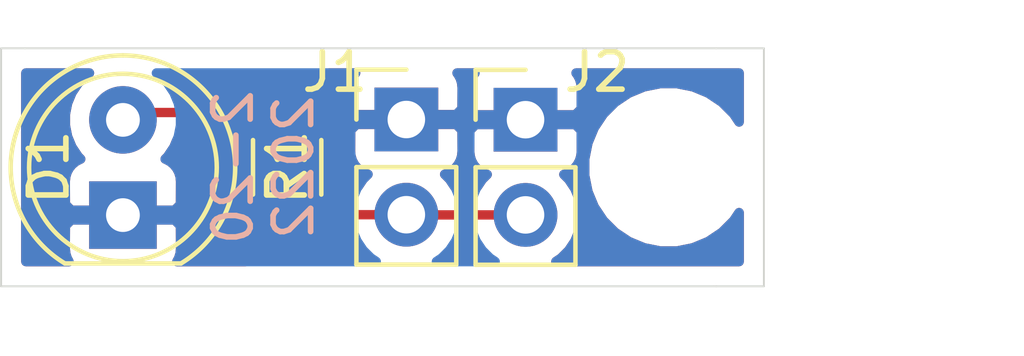
<source format=kicad_pcb>
(kicad_pcb (version 20171130) (host pcbnew "(5.1.12)-1")

  (general
    (thickness 1.6)
    (drawings 8)
    (tracks 6)
    (zones 0)
    (modules 5)
    (nets 4)
  )

  (page A4)
  (layers
    (0 F.Cu signal)
    (31 B.Cu signal)
    (32 B.Adhes user)
    (33 F.Adhes user)
    (34 B.Paste user)
    (35 F.Paste user)
    (36 B.SilkS user)
    (37 F.SilkS user)
    (38 B.Mask user)
    (39 F.Mask user)
    (40 Dwgs.User user)
    (41 Cmts.User user)
    (42 Eco1.User user)
    (43 Eco2.User user)
    (44 Edge.Cuts user)
    (45 Margin user)
    (46 B.CrtYd user)
    (47 F.CrtYd user)
    (48 B.Fab user)
    (49 F.Fab user)
  )

  (setup
    (last_trace_width 0.25)
    (trace_clearance 0.2)
    (zone_clearance 0.508)
    (zone_45_only no)
    (trace_min 0.2)
    (via_size 0.8)
    (via_drill 0.4)
    (via_min_size 0.4)
    (via_min_drill 0.3)
    (uvia_size 0.3)
    (uvia_drill 0.1)
    (uvias_allowed no)
    (uvia_min_size 0.2)
    (uvia_min_drill 0.1)
    (edge_width 0.05)
    (segment_width 0.2)
    (pcb_text_width 0.3)
    (pcb_text_size 1.5 1.5)
    (mod_edge_width 0.12)
    (mod_text_size 1 1)
    (mod_text_width 0.15)
    (pad_size 1.524 1.524)
    (pad_drill 0.762)
    (pad_to_mask_clearance 0)
    (aux_axis_origin 0 0)
    (visible_elements FFFFFF7F)
    (pcbplotparams
      (layerselection 0x010fc_ffffffff)
      (usegerberextensions false)
      (usegerberattributes true)
      (usegerberadvancedattributes true)
      (creategerberjobfile true)
      (excludeedgelayer true)
      (linewidth 0.100000)
      (plotframeref false)
      (viasonmask false)
      (mode 1)
      (useauxorigin false)
      (hpglpennumber 1)
      (hpglpenspeed 20)
      (hpglpendiameter 15.000000)
      (psnegative false)
      (psa4output false)
      (plotreference true)
      (plotvalue true)
      (plotinvisibletext false)
      (padsonsilk false)
      (subtractmaskfromsilk false)
      (outputformat 1)
      (mirror false)
      (drillshape 1)
      (scaleselection 1)
      (outputdirectory ""))
  )

  (net 0 "")
  (net 1 GND)
  (net 2 "Net-(D1-Pad2)")
  (net 3 VCC)

  (net_class Default "This is the default net class."
    (clearance 0.2)
    (trace_width 0.25)
    (via_dia 0.8)
    (via_drill 0.4)
    (uvia_dia 0.3)
    (uvia_drill 0.1)
    (add_net GND)
    (add_net "Net-(D1-Pad2)")
    (add_net VCC)
  )

  (module MountingHole:MountingHole_3.2mm_M3 (layer F.Cu) (tedit 56D1B4CB) (tstamp 6213328B)
    (at 154.94 92.71)
    (descr "Mounting Hole 3.2mm, no annular, M3")
    (tags "mounting hole 3.2mm no annular m3")
    (attr virtual)
    (fp_text reference "" (at 0 -4.2) (layer F.SilkS)
      (effects (font (size 1 1) (thickness 0.15)))
    )
    (fp_text value MountingHole_3.2mm_M3 (at 0 4.2) (layer F.Fab)
      (effects (font (size 1 1) (thickness 0.15)))
    )
    (fp_text user %R (at 0.3 0) (layer F.Fab)
      (effects (font (size 1 1) (thickness 0.15)))
    )
    (fp_circle (center 0 0) (end 3.2 0) (layer Cmts.User) (width 0.15))
    (fp_circle (center 0 0) (end 3.45 0) (layer F.CrtYd) (width 0.05))
    (pad 1 np_thru_hole circle (at 0 0) (size 3.2 3.2) (drill 3.2) (layers *.Cu *.Mask))
  )

  (module LED_THT:LED_D5.0mm (layer F.Cu) (tedit 5995936A) (tstamp 621330F8)
    (at 140.405001 93.985 90)
    (descr "LED, diameter 5.0mm, 2 pins, http://cdn-reichelt.de/documents/datenblatt/A500/LL-504BC2E-009.pdf")
    (tags "LED diameter 5.0mm 2 pins")
    (path /6212D27B)
    (fp_text reference D1 (at 1.275 -1.975001 90) (layer F.SilkS)
      (effects (font (size 1 1) (thickness 0.15)))
    )
    (fp_text value LED (at 1.27 3.96 90) (layer F.Fab)
      (effects (font (size 1 1) (thickness 0.15)))
    )
    (fp_line (start 4.5 -3.25) (end -1.95 -3.25) (layer F.CrtYd) (width 0.05))
    (fp_line (start 4.5 3.25) (end 4.5 -3.25) (layer F.CrtYd) (width 0.05))
    (fp_line (start -1.95 3.25) (end 4.5 3.25) (layer F.CrtYd) (width 0.05))
    (fp_line (start -1.95 -3.25) (end -1.95 3.25) (layer F.CrtYd) (width 0.05))
    (fp_line (start -1.29 -1.545) (end -1.29 1.545) (layer F.SilkS) (width 0.12))
    (fp_line (start -1.23 -1.469694) (end -1.23 1.469694) (layer F.Fab) (width 0.1))
    (fp_circle (center 1.27 0) (end 3.77 0) (layer F.SilkS) (width 0.12))
    (fp_circle (center 1.27 0) (end 3.77 0) (layer F.Fab) (width 0.1))
    (fp_arc (start 1.27 0) (end -1.23 -1.469694) (angle 299.1) (layer F.Fab) (width 0.1))
    (fp_arc (start 1.27 0) (end -1.29 -1.54483) (angle 148.9) (layer F.SilkS) (width 0.12))
    (fp_arc (start 1.27 0) (end -1.29 1.54483) (angle -148.9) (layer F.SilkS) (width 0.12))
    (fp_text user %R (at 1.25 0 90) (layer F.Fab)
      (effects (font (size 0.8 0.8) (thickness 0.2)))
    )
    (pad 1 thru_hole rect (at 0 0 90) (size 1.8 1.8) (drill 0.9) (layers *.Cu *.Mask)
      (net 1 GND))
    (pad 2 thru_hole circle (at 2.54 0 90) (size 1.8 1.8) (drill 0.9) (layers *.Cu *.Mask)
      (net 2 "Net-(D1-Pad2)"))
    (model ${KISYS3DMOD}/LED_THT.3dshapes/LED_D5.0mm.wrl
      (at (xyz 0 0 0))
      (scale (xyz 1 1 1))
      (rotate (xyz 0 0 0))
    )
  )

  (module Connector_PinHeader_2.54mm:PinHeader_1x02_P2.54mm_Vertical (layer F.Cu) (tedit 59FED5CC) (tstamp 6213310E)
    (at 147.955 91.435)
    (descr "Through hole straight pin header, 1x02, 2.54mm pitch, single row")
    (tags "Through hole pin header THT 1x02 2.54mm single row")
    (path /6212D7C7)
    (fp_text reference J1 (at -1.905 -1.265) (layer F.SilkS)
      (effects (font (size 1 1) (thickness 0.15)))
    )
    (fp_text value Conn_01x02 (at 0 4.87) (layer F.Fab)
      (effects (font (size 1 1) (thickness 0.15)))
    )
    (fp_line (start 1.8 -1.8) (end -1.8 -1.8) (layer F.CrtYd) (width 0.05))
    (fp_line (start 1.8 4.35) (end 1.8 -1.8) (layer F.CrtYd) (width 0.05))
    (fp_line (start -1.8 4.35) (end 1.8 4.35) (layer F.CrtYd) (width 0.05))
    (fp_line (start -1.8 -1.8) (end -1.8 4.35) (layer F.CrtYd) (width 0.05))
    (fp_line (start -1.33 -1.33) (end 0 -1.33) (layer F.SilkS) (width 0.12))
    (fp_line (start -1.33 0) (end -1.33 -1.33) (layer F.SilkS) (width 0.12))
    (fp_line (start -1.33 1.27) (end 1.33 1.27) (layer F.SilkS) (width 0.12))
    (fp_line (start 1.33 1.27) (end 1.33 3.87) (layer F.SilkS) (width 0.12))
    (fp_line (start -1.33 1.27) (end -1.33 3.87) (layer F.SilkS) (width 0.12))
    (fp_line (start -1.33 3.87) (end 1.33 3.87) (layer F.SilkS) (width 0.12))
    (fp_line (start -1.27 -0.635) (end -0.635 -1.27) (layer F.Fab) (width 0.1))
    (fp_line (start -1.27 3.81) (end -1.27 -0.635) (layer F.Fab) (width 0.1))
    (fp_line (start 1.27 3.81) (end -1.27 3.81) (layer F.Fab) (width 0.1))
    (fp_line (start 1.27 -1.27) (end 1.27 3.81) (layer F.Fab) (width 0.1))
    (fp_line (start -0.635 -1.27) (end 1.27 -1.27) (layer F.Fab) (width 0.1))
    (fp_text user %R (at 0 1.27 90) (layer F.Fab)
      (effects (font (size 1 1) (thickness 0.15)))
    )
    (pad 1 thru_hole rect (at 0 0) (size 1.7 1.7) (drill 1) (layers *.Cu *.Mask)
      (net 1 GND))
    (pad 2 thru_hole oval (at 0 2.54) (size 1.7 1.7) (drill 1) (layers *.Cu *.Mask)
      (net 3 VCC))
    (model ${KISYS3DMOD}/Connector_PinHeader_2.54mm.3dshapes/PinHeader_1x02_P2.54mm_Vertical.wrl
      (at (xyz 0 0 0))
      (scale (xyz 1 1 1))
      (rotate (xyz 0 0 0))
    )
  )

  (module Resistor_SMD:R_1206_3216Metric (layer F.Cu) (tedit 5F68FEEE) (tstamp 6213311F)
    (at 144.78 92.71 90)
    (descr "Resistor SMD 1206 (3216 Metric), square (rectangular) end terminal, IPC_7351 nominal, (Body size source: IPC-SM-782 page 72, https://www.pcb-3d.com/wordpress/wp-content/uploads/ipc-sm-782a_amendment_1_and_2.pdf), generated with kicad-footprint-generator")
    (tags resistor)
    (path /6212DC27)
    (attr smd)
    (fp_text reference R1 (at 0 0 90) (layer F.SilkS)
      (effects (font (size 1 1) (thickness 0.15)))
    )
    (fp_text value R_US (at 0 1.82 90) (layer F.Fab)
      (effects (font (size 1 1) (thickness 0.15)))
    )
    (fp_line (start 2.28 1.12) (end -2.28 1.12) (layer F.CrtYd) (width 0.05))
    (fp_line (start 2.28 -1.12) (end 2.28 1.12) (layer F.CrtYd) (width 0.05))
    (fp_line (start -2.28 -1.12) (end 2.28 -1.12) (layer F.CrtYd) (width 0.05))
    (fp_line (start -2.28 1.12) (end -2.28 -1.12) (layer F.CrtYd) (width 0.05))
    (fp_line (start -0.727064 0.91) (end 0.727064 0.91) (layer F.SilkS) (width 0.12))
    (fp_line (start -0.727064 -0.91) (end 0.727064 -0.91) (layer F.SilkS) (width 0.12))
    (fp_line (start 1.6 0.8) (end -1.6 0.8) (layer F.Fab) (width 0.1))
    (fp_line (start 1.6 -0.8) (end 1.6 0.8) (layer F.Fab) (width 0.1))
    (fp_line (start -1.6 -0.8) (end 1.6 -0.8) (layer F.Fab) (width 0.1))
    (fp_line (start -1.6 0.8) (end -1.6 -0.8) (layer F.Fab) (width 0.1))
    (fp_text user %R (at 0 0 90) (layer F.Fab)
      (effects (font (size 0.8 0.8) (thickness 0.12)))
    )
    (pad 1 smd roundrect (at -1.4625 0 90) (size 1.125 1.75) (layers F.Cu F.Paste F.Mask) (roundrect_rratio 0.222222)
      (net 3 VCC))
    (pad 2 smd roundrect (at 1.4625 0 90) (size 1.125 1.75) (layers F.Cu F.Paste F.Mask) (roundrect_rratio 0.222222)
      (net 2 "Net-(D1-Pad2)"))
    (model ${KISYS3DMOD}/Resistor_SMD.3dshapes/R_1206_3216Metric.wrl
      (at (xyz 0 0 0))
      (scale (xyz 1 1 1))
      (rotate (xyz 0 0 0))
    )
  )

  (module Connector_PinHeader_2.54mm:PinHeader_1x02_P2.54mm_Vertical (layer F.Cu) (tedit 59FED5CC) (tstamp 62133564)
    (at 151.13 91.44)
    (descr "Through hole straight pin header, 1x02, 2.54mm pitch, single row")
    (tags "Through hole pin header THT 1x02 2.54mm single row")
    (path /621301F9)
    (fp_text reference J2 (at 1.905 -1.27) (layer F.SilkS)
      (effects (font (size 1 1) (thickness 0.15)))
    )
    (fp_text value Conn_01x02 (at 0 4.87) (layer F.Fab)
      (effects (font (size 1 1) (thickness 0.15)))
    )
    (fp_line (start 1.8 -1.8) (end -1.8 -1.8) (layer F.CrtYd) (width 0.05))
    (fp_line (start 1.8 4.35) (end 1.8 -1.8) (layer F.CrtYd) (width 0.05))
    (fp_line (start -1.8 4.35) (end 1.8 4.35) (layer F.CrtYd) (width 0.05))
    (fp_line (start -1.8 -1.8) (end -1.8 4.35) (layer F.CrtYd) (width 0.05))
    (fp_line (start -1.33 -1.33) (end 0 -1.33) (layer F.SilkS) (width 0.12))
    (fp_line (start -1.33 0) (end -1.33 -1.33) (layer F.SilkS) (width 0.12))
    (fp_line (start -1.33 1.27) (end 1.33 1.27) (layer F.SilkS) (width 0.12))
    (fp_line (start 1.33 1.27) (end 1.33 3.87) (layer F.SilkS) (width 0.12))
    (fp_line (start -1.33 1.27) (end -1.33 3.87) (layer F.SilkS) (width 0.12))
    (fp_line (start -1.33 3.87) (end 1.33 3.87) (layer F.SilkS) (width 0.12))
    (fp_line (start -1.27 -0.635) (end -0.635 -1.27) (layer F.Fab) (width 0.1))
    (fp_line (start -1.27 3.81) (end -1.27 -0.635) (layer F.Fab) (width 0.1))
    (fp_line (start 1.27 3.81) (end -1.27 3.81) (layer F.Fab) (width 0.1))
    (fp_line (start 1.27 -1.27) (end 1.27 3.81) (layer F.Fab) (width 0.1))
    (fp_line (start -0.635 -1.27) (end 1.27 -1.27) (layer F.Fab) (width 0.1))
    (fp_text user %R (at 0 1.27 90) (layer F.Fab)
      (effects (font (size 1 1) (thickness 0.15)))
    )
    (pad 1 thru_hole rect (at 0 0) (size 1.7 1.7) (drill 1) (layers *.Cu *.Mask)
      (net 1 GND))
    (pad 2 thru_hole oval (at 0 2.54) (size 1.7 1.7) (drill 1) (layers *.Cu *.Mask)
      (net 3 VCC))
    (model ${KISYS3DMOD}/Connector_PinHeader_2.54mm.3dshapes/PinHeader_1x02_P2.54mm_Vertical.wrl
      (at (xyz 0 0 0))
      (scale (xyz 1 1 1))
      (rotate (xyz 0 0 0))
    )
  )

  (gr_line (start 157.48 95.885) (end 156.21 95.885) (layer Edge.Cuts) (width 0.05) (tstamp 621335DC))
  (gr_line (start 157.48 89.535) (end 157.48 95.885) (layer Edge.Cuts) (width 0.05))
  (gr_line (start 156.21 89.535) (end 157.48 89.535) (layer Edge.Cuts) (width 0.05))
  (gr_text "2-20\n2022" (at 144.145 92.71 90) (layer B.SilkS)
    (effects (font (size 1 1) (thickness 0.15)) (justify mirror))
  )
  (gr_line (start 137.16 89.535) (end 137.795 89.535) (layer Edge.Cuts) (width 0.05) (tstamp 62133467))
  (gr_line (start 137.16 95.885) (end 137.16 89.535) (layer Edge.Cuts) (width 0.05))
  (gr_line (start 156.21 95.885) (end 137.16 95.885) (layer Edge.Cuts) (width 0.05))
  (gr_line (start 137.795 89.535) (end 156.21 89.535) (layer Edge.Cuts) (width 0.05))

  (segment (start 140.602501 91.2475) (end 140.405001 91.445) (width 0.25) (layer F.Cu) (net 2))
  (segment (start 144.78 91.2475) (end 140.602501 91.2475) (width 0.25) (layer F.Cu) (net 2))
  (segment (start 147.96 93.98) (end 147.955 93.975) (width 0.25) (layer F.Cu) (net 3))
  (segment (start 151.13 93.98) (end 147.96 93.98) (width 0.25) (layer F.Cu) (net 3))
  (segment (start 144.9775 93.975) (end 144.78 94.1725) (width 0.25) (layer F.Cu) (net 3))
  (segment (start 147.955 93.975) (end 144.9775 93.975) (width 0.25) (layer F.Cu) (net 3))

  (zone (net 1) (net_name GND) (layer F.Cu) (tstamp 0) (hatch edge 0.508)
    (connect_pads (clearance 0.508))
    (min_thickness 0.254)
    (fill yes (arc_segments 32) (thermal_gap 0.508) (thermal_bridge_width 0.508))
    (polygon
      (pts
        (xy 157.48 95.885) (xy 137.16 95.885) (xy 137.16 89.535) (xy 157.48 89.535)
      )
    )
    (filled_polygon
      (pts
        (xy 139.426496 90.252688) (xy 139.212689 90.466495) (xy 139.044702 90.717905) (xy 138.92899 90.997257) (xy 138.870001 91.293816)
        (xy 138.870001 91.596184) (xy 138.92899 91.892743) (xy 139.044702 92.172095) (xy 139.212689 92.423505) (xy 139.279128 92.489944)
        (xy 139.260821 92.495498) (xy 139.150507 92.554463) (xy 139.053816 92.633815) (xy 138.974464 92.730506) (xy 138.915499 92.84082)
        (xy 138.879189 92.960518) (xy 138.866929 93.085) (xy 138.870001 93.69925) (xy 139.028751 93.858) (xy 140.278001 93.858)
        (xy 140.278001 93.838) (xy 140.532001 93.838) (xy 140.532001 93.858) (xy 141.781251 93.858) (xy 141.940001 93.69925)
        (xy 141.943073 93.085) (xy 141.930813 92.960518) (xy 141.894503 92.84082) (xy 141.835538 92.730506) (xy 141.756186 92.633815)
        (xy 141.659495 92.554463) (xy 141.549181 92.495498) (xy 141.530874 92.489944) (xy 141.597313 92.423505) (xy 141.7653 92.172095)
        (xy 141.833478 92.0075) (xy 143.392068 92.0075) (xy 143.416595 92.053387) (xy 143.527038 92.187962) (xy 143.661613 92.298405)
        (xy 143.815149 92.380472) (xy 143.981745 92.431008) (xy 144.154999 92.448072) (xy 145.405001 92.448072) (xy 145.578255 92.431008)
        (xy 145.744851 92.380472) (xy 145.898387 92.298405) (xy 146.032962 92.187962) (xy 146.143405 92.053387) (xy 146.225472 91.899851)
        (xy 146.276008 91.733255) (xy 146.293072 91.560001) (xy 146.293072 90.934999) (xy 146.276008 90.761745) (xy 146.225472 90.595149)
        (xy 146.143405 90.441613) (xy 146.032962 90.307038) (xy 145.898387 90.196595) (xy 145.895403 90.195) (xy 146.603602 90.195)
        (xy 146.574463 90.230506) (xy 146.515498 90.34082) (xy 146.479188 90.460518) (xy 146.466928 90.585) (xy 146.47 91.14925)
        (xy 146.62875 91.308) (xy 147.828 91.308) (xy 147.828 91.288) (xy 148.082 91.288) (xy 148.082 91.308)
        (xy 149.28125 91.308) (xy 149.44 91.14925) (xy 149.443072 90.585) (xy 149.430812 90.460518) (xy 149.394502 90.34082)
        (xy 149.335537 90.230506) (xy 149.306398 90.195) (xy 149.782705 90.195) (xy 149.749463 90.235506) (xy 149.690498 90.34582)
        (xy 149.654188 90.465518) (xy 149.641928 90.59) (xy 149.645 91.15425) (xy 149.80375 91.313) (xy 151.003 91.313)
        (xy 151.003 91.293) (xy 151.257 91.293) (xy 151.257 91.313) (xy 152.45625 91.313) (xy 152.615 91.15425)
        (xy 152.618072 90.59) (xy 152.605812 90.465518) (xy 152.569502 90.34582) (xy 152.510537 90.235506) (xy 152.477295 90.195)
        (xy 156.82 90.195) (xy 156.82 91.500726) (xy 156.676038 91.285271) (xy 156.364729 90.973962) (xy 155.998669 90.729369)
        (xy 155.591925 90.56089) (xy 155.160128 90.475) (xy 154.719872 90.475) (xy 154.288075 90.56089) (xy 153.881331 90.729369)
        (xy 153.515271 90.973962) (xy 153.203962 91.285271) (xy 152.959369 91.651331) (xy 152.79089 92.058075) (xy 152.705 92.489872)
        (xy 152.705 92.930128) (xy 152.79089 93.361925) (xy 152.959369 93.768669) (xy 153.203962 94.134729) (xy 153.515271 94.446038)
        (xy 153.881331 94.690631) (xy 154.288075 94.85911) (xy 154.719872 94.945) (xy 155.160128 94.945) (xy 155.591925 94.85911)
        (xy 155.998669 94.690631) (xy 156.364729 94.446038) (xy 156.676038 94.134729) (xy 156.820001 93.919273) (xy 156.820001 95.225)
        (xy 151.939655 95.225) (xy 152.076632 95.133475) (xy 152.283475 94.926632) (xy 152.44599 94.683411) (xy 152.557932 94.413158)
        (xy 152.615 94.12626) (xy 152.615 93.83374) (xy 152.557932 93.546842) (xy 152.44599 93.276589) (xy 152.283475 93.033368)
        (xy 152.15162 92.901513) (xy 152.22418 92.879502) (xy 152.334494 92.820537) (xy 152.431185 92.741185) (xy 152.510537 92.644494)
        (xy 152.569502 92.53418) (xy 152.605812 92.414482) (xy 152.618072 92.29) (xy 152.615 91.72575) (xy 152.45625 91.567)
        (xy 151.257 91.567) (xy 151.257 91.587) (xy 151.003 91.587) (xy 151.003 91.567) (xy 149.80375 91.567)
        (xy 149.645 91.72575) (xy 149.641928 92.29) (xy 149.654188 92.414482) (xy 149.690498 92.53418) (xy 149.749463 92.644494)
        (xy 149.828815 92.741185) (xy 149.925506 92.820537) (xy 150.03582 92.879502) (xy 150.10838 92.901513) (xy 149.976525 93.033368)
        (xy 149.851822 93.22) (xy 149.236519 93.22) (xy 149.108475 93.028368) (xy 148.97662 92.896513) (xy 149.04918 92.874502)
        (xy 149.159494 92.815537) (xy 149.256185 92.736185) (xy 149.335537 92.639494) (xy 149.394502 92.52918) (xy 149.430812 92.409482)
        (xy 149.443072 92.285) (xy 149.44 91.72075) (xy 149.28125 91.562) (xy 148.082 91.562) (xy 148.082 91.582)
        (xy 147.828 91.582) (xy 147.828 91.562) (xy 146.62875 91.562) (xy 146.47 91.72075) (xy 146.466928 92.285)
        (xy 146.479188 92.409482) (xy 146.515498 92.52918) (xy 146.574463 92.639494) (xy 146.653815 92.736185) (xy 146.750506 92.815537)
        (xy 146.86082 92.874502) (xy 146.93338 92.896513) (xy 146.801525 93.028368) (xy 146.676822 93.215) (xy 146.012201 93.215)
        (xy 145.898387 93.121595) (xy 145.744851 93.039528) (xy 145.578255 92.988992) (xy 145.405001 92.971928) (xy 144.154999 92.971928)
        (xy 143.981745 92.988992) (xy 143.815149 93.039528) (xy 143.661613 93.121595) (xy 143.527038 93.232038) (xy 143.416595 93.366613)
        (xy 143.334528 93.520149) (xy 143.283992 93.686745) (xy 143.266928 93.859999) (xy 143.266928 94.485001) (xy 143.283992 94.658255)
        (xy 143.334528 94.824851) (xy 143.416595 94.978387) (xy 143.527038 95.112962) (xy 143.661613 95.223405) (xy 143.664597 95.225)
        (xy 141.843285 95.225) (xy 141.894503 95.12918) (xy 141.930813 95.009482) (xy 141.943073 94.885) (xy 141.940001 94.27075)
        (xy 141.781251 94.112) (xy 140.532001 94.112) (xy 140.532001 94.132) (xy 140.278001 94.132) (xy 140.278001 94.112)
        (xy 139.028751 94.112) (xy 138.870001 94.27075) (xy 138.866929 94.885) (xy 138.879189 95.009482) (xy 138.915499 95.12918)
        (xy 138.966717 95.225) (xy 137.82 95.225) (xy 137.82 90.195) (xy 139.512832 90.195)
      )
    )
  )
  (zone (net 1) (net_name GND) (layer B.Cu) (tstamp 0) (hatch edge 0.508)
    (connect_pads (clearance 0.508))
    (min_thickness 0.254)
    (fill yes (arc_segments 32) (thermal_gap 0.508) (thermal_bridge_width 0.508))
    (polygon
      (pts
        (xy 157.48 95.885) (xy 137.16 95.885) (xy 137.16 89.535) (xy 157.48 89.535)
      )
    )
    (filled_polygon
      (pts
        (xy 139.426496 90.252688) (xy 139.212689 90.466495) (xy 139.044702 90.717905) (xy 138.92899 90.997257) (xy 138.870001 91.293816)
        (xy 138.870001 91.596184) (xy 138.92899 91.892743) (xy 139.044702 92.172095) (xy 139.212689 92.423505) (xy 139.279128 92.489944)
        (xy 139.260821 92.495498) (xy 139.150507 92.554463) (xy 139.053816 92.633815) (xy 138.974464 92.730506) (xy 138.915499 92.84082)
        (xy 138.879189 92.960518) (xy 138.866929 93.085) (xy 138.870001 93.69925) (xy 139.028751 93.858) (xy 140.278001 93.858)
        (xy 140.278001 93.838) (xy 140.532001 93.838) (xy 140.532001 93.858) (xy 141.781251 93.858) (xy 141.940001 93.69925)
        (xy 141.943073 93.085) (xy 141.930813 92.960518) (xy 141.894503 92.84082) (xy 141.835538 92.730506) (xy 141.756186 92.633815)
        (xy 141.659495 92.554463) (xy 141.549181 92.495498) (xy 141.530874 92.489944) (xy 141.597313 92.423505) (xy 141.7653 92.172095)
        (xy 141.881012 91.892743) (xy 141.940001 91.596184) (xy 141.940001 91.293816) (xy 141.881012 90.997257) (xy 141.7653 90.717905)
        (xy 141.597313 90.466495) (xy 141.383506 90.252688) (xy 141.29717 90.195) (xy 146.603602 90.195) (xy 146.574463 90.230506)
        (xy 146.515498 90.34082) (xy 146.479188 90.460518) (xy 146.466928 90.585) (xy 146.47 91.14925) (xy 146.62875 91.308)
        (xy 147.828 91.308) (xy 147.828 91.288) (xy 148.082 91.288) (xy 148.082 91.308) (xy 149.28125 91.308)
        (xy 149.44 91.14925) (xy 149.443072 90.585) (xy 149.430812 90.460518) (xy 149.394502 90.34082) (xy 149.335537 90.230506)
        (xy 149.306398 90.195) (xy 149.782705 90.195) (xy 149.749463 90.235506) (xy 149.690498 90.34582) (xy 149.654188 90.465518)
        (xy 149.641928 90.59) (xy 149.645 91.15425) (xy 149.80375 91.313) (xy 151.003 91.313) (xy 151.003 91.293)
        (xy 151.257 91.293) (xy 151.257 91.313) (xy 152.45625 91.313) (xy 152.615 91.15425) (xy 152.618072 90.59)
        (xy 152.605812 90.465518) (xy 152.569502 90.34582) (xy 152.510537 90.235506) (xy 152.477295 90.195) (xy 156.82 90.195)
        (xy 156.82 91.500726) (xy 156.676038 91.285271) (xy 156.364729 90.973962) (xy 155.998669 90.729369) (xy 155.591925 90.56089)
        (xy 155.160128 90.475) (xy 154.719872 90.475) (xy 154.288075 90.56089) (xy 153.881331 90.729369) (xy 153.515271 90.973962)
        (xy 153.203962 91.285271) (xy 152.959369 91.651331) (xy 152.79089 92.058075) (xy 152.705 92.489872) (xy 152.705 92.930128)
        (xy 152.79089 93.361925) (xy 152.959369 93.768669) (xy 153.203962 94.134729) (xy 153.515271 94.446038) (xy 153.881331 94.690631)
        (xy 154.288075 94.85911) (xy 154.719872 94.945) (xy 155.160128 94.945) (xy 155.591925 94.85911) (xy 155.998669 94.690631)
        (xy 156.364729 94.446038) (xy 156.676038 94.134729) (xy 156.820001 93.919273) (xy 156.820001 95.225) (xy 151.939655 95.225)
        (xy 152.076632 95.133475) (xy 152.283475 94.926632) (xy 152.44599 94.683411) (xy 152.557932 94.413158) (xy 152.615 94.12626)
        (xy 152.615 93.83374) (xy 152.557932 93.546842) (xy 152.44599 93.276589) (xy 152.283475 93.033368) (xy 152.15162 92.901513)
        (xy 152.22418 92.879502) (xy 152.334494 92.820537) (xy 152.431185 92.741185) (xy 152.510537 92.644494) (xy 152.569502 92.53418)
        (xy 152.605812 92.414482) (xy 152.618072 92.29) (xy 152.615 91.72575) (xy 152.45625 91.567) (xy 151.257 91.567)
        (xy 151.257 91.587) (xy 151.003 91.587) (xy 151.003 91.567) (xy 149.80375 91.567) (xy 149.645 91.72575)
        (xy 149.641928 92.29) (xy 149.654188 92.414482) (xy 149.690498 92.53418) (xy 149.749463 92.644494) (xy 149.828815 92.741185)
        (xy 149.925506 92.820537) (xy 150.03582 92.879502) (xy 150.10838 92.901513) (xy 149.976525 93.033368) (xy 149.81401 93.276589)
        (xy 149.702068 93.546842) (xy 149.645 93.83374) (xy 149.645 94.12626) (xy 149.702068 94.413158) (xy 149.81401 94.683411)
        (xy 149.976525 94.926632) (xy 150.183368 95.133475) (xy 150.320345 95.225) (xy 148.757172 95.225) (xy 148.901632 95.128475)
        (xy 149.108475 94.921632) (xy 149.27099 94.678411) (xy 149.382932 94.408158) (xy 149.44 94.12126) (xy 149.44 93.82874)
        (xy 149.382932 93.541842) (xy 149.27099 93.271589) (xy 149.108475 93.028368) (xy 148.97662 92.896513) (xy 149.04918 92.874502)
        (xy 149.159494 92.815537) (xy 149.256185 92.736185) (xy 149.335537 92.639494) (xy 149.394502 92.52918) (xy 149.430812 92.409482)
        (xy 149.443072 92.285) (xy 149.44 91.72075) (xy 149.28125 91.562) (xy 148.082 91.562) (xy 148.082 91.582)
        (xy 147.828 91.582) (xy 147.828 91.562) (xy 146.62875 91.562) (xy 146.47 91.72075) (xy 146.466928 92.285)
        (xy 146.479188 92.409482) (xy 146.515498 92.52918) (xy 146.574463 92.639494) (xy 146.653815 92.736185) (xy 146.750506 92.815537)
        (xy 146.86082 92.874502) (xy 146.93338 92.896513) (xy 146.801525 93.028368) (xy 146.63901 93.271589) (xy 146.527068 93.541842)
        (xy 146.47 93.82874) (xy 146.47 94.12126) (xy 146.527068 94.408158) (xy 146.63901 94.678411) (xy 146.801525 94.921632)
        (xy 147.008368 95.128475) (xy 147.152828 95.225) (xy 141.843285 95.225) (xy 141.894503 95.12918) (xy 141.930813 95.009482)
        (xy 141.943073 94.885) (xy 141.940001 94.27075) (xy 141.781251 94.112) (xy 140.532001 94.112) (xy 140.532001 94.132)
        (xy 140.278001 94.132) (xy 140.278001 94.112) (xy 139.028751 94.112) (xy 138.870001 94.27075) (xy 138.866929 94.885)
        (xy 138.879189 95.009482) (xy 138.915499 95.12918) (xy 138.966717 95.225) (xy 137.82 95.225) (xy 137.82 90.195)
        (xy 139.512832 90.195)
      )
    )
  )
)

</source>
